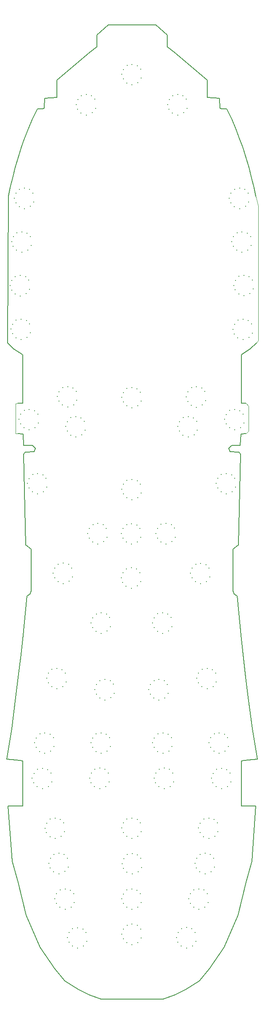
<source format=gbr>
%TF.GenerationSoftware,KiCad,Pcbnew,7.0.2*%
%TF.CreationDate,2024-05-06T14:06:19-04:00*%
%TF.ProjectId,800+,3830302b-2e6b-4696-9361-645f70636258,rev?*%
%TF.SameCoordinates,Original*%
%TF.FileFunction,Paste,Top*%
%TF.FilePolarity,Positive*%
%FSLAX46Y46*%
G04 Gerber Fmt 4.6, Leading zero omitted, Abs format (unit mm)*
G04 Created by KiCad (PCBNEW 7.0.2) date 2024-05-06 14:06:19*
%MOMM*%
%LPD*%
G01*
G04 APERTURE LIST*
%ADD10C,0.250000*%
%TA.AperFunction,Profile*%
%ADD11C,0.200000*%
%TD*%
%TA.AperFunction,Profile*%
%ADD12C,0.100000*%
%TD*%
G04 APERTURE END LIST*
D10*
%TO.C,SW29*%
X93390000Y-158000000D03*
X93706167Y-158918416D03*
X93733172Y-157000000D03*
X94390000Y-159700000D03*
X94440000Y-156200000D03*
X95440000Y-156000000D03*
X95440000Y-160099488D03*
X96490000Y-156250000D03*
X96625258Y-159650000D03*
X97140000Y-156950000D03*
X97290000Y-158750000D03*
%TD*%
%TO.C,SW1*%
X99575000Y-47900000D03*
X99891167Y-48818416D03*
X99918172Y-46900000D03*
X100575000Y-49600000D03*
X100625000Y-46100000D03*
X101625000Y-45900000D03*
X101625000Y-49999488D03*
X102675000Y-46150000D03*
X102810258Y-49550000D03*
X103325000Y-46850000D03*
X103475000Y-48650000D03*
%TD*%
%TO.C,SW7*%
X77280000Y-99040000D03*
X77596167Y-99958416D03*
X77623172Y-98040000D03*
X78280000Y-100740000D03*
X78330000Y-97240000D03*
X79330000Y-97040000D03*
X79330000Y-101139488D03*
X80380000Y-97290000D03*
X80515258Y-100690000D03*
X81030000Y-97990000D03*
X81180000Y-99790000D03*
%TD*%
%TO.C,SW26*%
X99440000Y-148950000D03*
X99756167Y-149868416D03*
X99783172Y-147950000D03*
X100440000Y-150650000D03*
X100490000Y-147150000D03*
X101490000Y-146950000D03*
X101490000Y-151049488D03*
X102540000Y-147200000D03*
X102675258Y-150600000D03*
X103190000Y-147900000D03*
X103340000Y-149700000D03*
%TD*%
%TO.C,SW17*%
X78920000Y-117140000D03*
X79236167Y-118058416D03*
X79263172Y-116140000D03*
X79920000Y-118840000D03*
X79970000Y-115340000D03*
X80970000Y-115140000D03*
X80970000Y-119239488D03*
X82020000Y-115390000D03*
X82155258Y-118790000D03*
X82670000Y-116090000D03*
X82820000Y-117890000D03*
%TD*%
%TO.C,SW14*%
X99540000Y-112750000D03*
X99856167Y-113668416D03*
X99883172Y-111750000D03*
X100540000Y-114450000D03*
X100590000Y-110950000D03*
X101590000Y-110750000D03*
X101590000Y-114849488D03*
X102640000Y-111000000D03*
X102775258Y-114400000D03*
X103290000Y-111700000D03*
X103440000Y-113500000D03*
%TD*%
%TO.C,SW50*%
X113000000Y-213400000D03*
X113316167Y-214318416D03*
X113343172Y-212400000D03*
X114000000Y-215100000D03*
X114050000Y-211600000D03*
X115050000Y-211400000D03*
X115050000Y-215499488D03*
X116100000Y-211650000D03*
X116235258Y-215050000D03*
X116750000Y-212350000D03*
X116900000Y-214150000D03*
%TD*%
%TO.C,SW52*%
X88625000Y-221190000D03*
X88941167Y-222108416D03*
X88968172Y-220190000D03*
X89625000Y-222890000D03*
X89675000Y-219390000D03*
X90675000Y-219190000D03*
X90675000Y-223289488D03*
X91725000Y-219440000D03*
X91860258Y-222840000D03*
X92375000Y-220140000D03*
X92525000Y-221940000D03*
%TD*%
%TO.C,SW6*%
X77120000Y-90270000D03*
X77436167Y-91188416D03*
X77463172Y-89270000D03*
X78120000Y-91970000D03*
X78170000Y-88470000D03*
X79170000Y-88270000D03*
X79170000Y-92369488D03*
X80220000Y-88520000D03*
X80355258Y-91920000D03*
X80870000Y-89220000D03*
X81020000Y-91020000D03*
%TD*%
%TO.C,SW34*%
X82050000Y-182100000D03*
X82366167Y-183018416D03*
X82393172Y-181100000D03*
X83050000Y-183800000D03*
X83100000Y-180300000D03*
X84100000Y-180100000D03*
X84100000Y-184199488D03*
X85150000Y-180350000D03*
X85285258Y-183750000D03*
X85800000Y-181050000D03*
X85950000Y-182850000D03*
%TD*%
%TO.C,SW27*%
X99480000Y-140090000D03*
X99796167Y-141008416D03*
X99823172Y-139090000D03*
X100480000Y-141790000D03*
X100530000Y-138290000D03*
X101530000Y-138090000D03*
X101530000Y-142189488D03*
X102580000Y-138340000D03*
X102715258Y-141740000D03*
X103230000Y-139040000D03*
X103380000Y-140840000D03*
%TD*%
%TO.C,SW30*%
X84470000Y-169120000D03*
X84786167Y-170038416D03*
X84813172Y-168120000D03*
X85470000Y-170820000D03*
X85520000Y-167320000D03*
X86520000Y-167120000D03*
X86520000Y-171219488D03*
X87570000Y-167370000D03*
X87705258Y-170770000D03*
X88220000Y-168070000D03*
X88370000Y-169870000D03*
%TD*%
%TO.C,SW13*%
X112520000Y-112610000D03*
X112836167Y-113528416D03*
X112863172Y-111610000D03*
X113520000Y-114310000D03*
X113570000Y-110810000D03*
X114570000Y-110610000D03*
X114570000Y-114709488D03*
X115620000Y-110860000D03*
X115755258Y-114260000D03*
X116270000Y-111560000D03*
X116420000Y-113360000D03*
%TD*%
%TO.C,SW46*%
X99610000Y-206330000D03*
X99926167Y-207248416D03*
X99953172Y-205330000D03*
X100610000Y-208030000D03*
X100660000Y-204530000D03*
X101660000Y-204330000D03*
X101660000Y-208429488D03*
X102710000Y-204580000D03*
X102845258Y-207980000D03*
X103360000Y-205280000D03*
X103510000Y-207080000D03*
%TD*%
%TO.C,SW15*%
X88280000Y-118600000D03*
X88596167Y-119518416D03*
X88623172Y-117600000D03*
X89280000Y-120300000D03*
X89330000Y-116800000D03*
X90330000Y-116600000D03*
X90330000Y-120699488D03*
X91380000Y-116850000D03*
X91515258Y-120250000D03*
X92030000Y-117550000D03*
X92180000Y-119350000D03*
%TD*%
%TO.C,SW44*%
X115000000Y-199200000D03*
X115316167Y-200118416D03*
X115343172Y-198200000D03*
X116000000Y-200900000D03*
X116050000Y-197400000D03*
X117050000Y-197200000D03*
X117050000Y-201299488D03*
X118100000Y-197450000D03*
X118235258Y-200850000D03*
X118750000Y-198150000D03*
X118900000Y-199950000D03*
%TD*%
%TO.C,SW24*%
X92710000Y-140060000D03*
X93026167Y-140978416D03*
X93053172Y-139060000D03*
X93710000Y-141760000D03*
X93760000Y-138260000D03*
X94760000Y-138060000D03*
X94760000Y-142159488D03*
X95810000Y-138310000D03*
X95945258Y-141710000D03*
X96460000Y-139010000D03*
X96610000Y-140810000D03*
%TD*%
%TO.C,SW35*%
X93360000Y-182100000D03*
X93676167Y-183018416D03*
X93703172Y-181100000D03*
X94360000Y-183800000D03*
X94410000Y-180300000D03*
X95410000Y-180100000D03*
X95410000Y-184199488D03*
X96460000Y-180350000D03*
X96595258Y-183750000D03*
X97110000Y-181050000D03*
X97260000Y-182850000D03*
%TD*%
%TO.C,SW33*%
X114655000Y-169130000D03*
X114971167Y-170048416D03*
X114998172Y-168130000D03*
X115655000Y-170830000D03*
X115705000Y-167330000D03*
X116705000Y-167130000D03*
X116705000Y-171229488D03*
X117755000Y-167380000D03*
X117890258Y-170780000D03*
X118405000Y-168080000D03*
X118555000Y-169880000D03*
%TD*%
%TO.C,SW21*%
X118515000Y-130010000D03*
X118831167Y-130928416D03*
X118858172Y-129010000D03*
X119515000Y-131710000D03*
X119565000Y-128210000D03*
X120565000Y-128010000D03*
X120565000Y-132109488D03*
X121615000Y-128260000D03*
X121750258Y-131660000D03*
X122265000Y-128960000D03*
X122415000Y-130760000D03*
%TD*%
%TO.C,SW38*%
X81560000Y-189200000D03*
X81876167Y-190118416D03*
X81903172Y-188200000D03*
X82560000Y-190900000D03*
X82610000Y-187400000D03*
X83610000Y-187200000D03*
X83610000Y-191299488D03*
X84660000Y-187450000D03*
X84795258Y-190850000D03*
X85310000Y-188150000D03*
X85460000Y-189950000D03*
%TD*%
%TO.C,SW2*%
X90375000Y-53950000D03*
X90691167Y-54868416D03*
X90718172Y-52950000D03*
X91375000Y-55650000D03*
X91425000Y-52150000D03*
X92425000Y-51950000D03*
X92425000Y-56049488D03*
X93475000Y-52200000D03*
X93610258Y-55600000D03*
X94125000Y-52900000D03*
X94275000Y-54700000D03*
%TD*%
%TO.C,SW45*%
X84870000Y-206270000D03*
X85186167Y-207188416D03*
X85213172Y-205270000D03*
X85870000Y-207970000D03*
X85920000Y-204470000D03*
X86920000Y-204270000D03*
X86920000Y-208369488D03*
X87970000Y-204520000D03*
X88105258Y-207920000D03*
X88620000Y-205220000D03*
X88770000Y-207020000D03*
%TD*%
%TO.C,SW48*%
X86120000Y-213410000D03*
X86436167Y-214328416D03*
X86463172Y-212410000D03*
X87120000Y-215110000D03*
X87170000Y-211610000D03*
X88170000Y-211410000D03*
X88170000Y-215509488D03*
X89220000Y-211660000D03*
X89355258Y-215060000D03*
X89870000Y-212360000D03*
X90020000Y-214160000D03*
%TD*%
%TO.C,SW19*%
X80600000Y-130020000D03*
X80916167Y-130938416D03*
X80943172Y-129020000D03*
X81600000Y-131720000D03*
X81650000Y-128220000D03*
X82650000Y-128020000D03*
X82650000Y-132119488D03*
X83700000Y-128270000D03*
X83835258Y-131670000D03*
X84350000Y-128970000D03*
X84500000Y-130770000D03*
%TD*%
%TO.C,SW5*%
X77425000Y-81500000D03*
X77741167Y-82418416D03*
X77768172Y-80500000D03*
X78425000Y-83200000D03*
X78475000Y-79700000D03*
X79475000Y-79500000D03*
X79475000Y-83599488D03*
X80525000Y-79750000D03*
X80660258Y-83150000D03*
X81175000Y-80450000D03*
X81325000Y-82250000D03*
%TD*%
%TO.C,SW12*%
X86630000Y-112580000D03*
X86946167Y-113498416D03*
X86973172Y-111580000D03*
X87630000Y-114280000D03*
X87680000Y-110780000D03*
X88680000Y-110580000D03*
X88680000Y-114679488D03*
X89730000Y-110830000D03*
X89865258Y-114230000D03*
X90380000Y-111530000D03*
X90530000Y-113330000D03*
%TD*%
%TO.C,SW4*%
X77950000Y-72750000D03*
X78266167Y-73668416D03*
X78293172Y-71750000D03*
X78950000Y-74450000D03*
X79000000Y-70950000D03*
X80000000Y-70750000D03*
X80000000Y-74849488D03*
X81050000Y-71000000D03*
X81185258Y-74400000D03*
X81700000Y-71700000D03*
X81850000Y-73500000D03*
%TD*%
%TO.C,SW31*%
X94130000Y-171380000D03*
X94446167Y-172298416D03*
X94473172Y-170380000D03*
X95130000Y-173080000D03*
X95180000Y-169580000D03*
X96180000Y-169380000D03*
X96180000Y-173479488D03*
X97230000Y-169630000D03*
X97365258Y-173030000D03*
X97880000Y-170330000D03*
X98030000Y-172130000D03*
%TD*%
%TO.C,SW41*%
X117555000Y-189200000D03*
X117871167Y-190118416D03*
X117898172Y-188200000D03*
X118555000Y-190900000D03*
X118605000Y-187400000D03*
X119605000Y-187200000D03*
X119605000Y-191299488D03*
X120655000Y-187450000D03*
X120790258Y-190850000D03*
X121305000Y-188150000D03*
X121455000Y-189950000D03*
%TD*%
%TO.C,SW23*%
X99560000Y-131200000D03*
X99876167Y-132118416D03*
X99903172Y-130200000D03*
X100560000Y-132900000D03*
X100610000Y-129400000D03*
X101610000Y-129200000D03*
X101610000Y-133299488D03*
X102660000Y-129450000D03*
X102795258Y-132850000D03*
X103310000Y-130150000D03*
X103460000Y-131950000D03*
%TD*%
%TO.C,SW16*%
X110850000Y-118600000D03*
X111166167Y-119518416D03*
X111193172Y-117600000D03*
X111850000Y-120300000D03*
X111900000Y-116800000D03*
X112900000Y-116600000D03*
X112900000Y-120699488D03*
X113950000Y-116850000D03*
X114085258Y-120250000D03*
X114600000Y-117550000D03*
X114750000Y-119350000D03*
%TD*%
%TO.C,SW51*%
X99575000Y-220500000D03*
X99891167Y-221418416D03*
X99918172Y-219500000D03*
X100575000Y-222200000D03*
X100625000Y-218700000D03*
X101625000Y-218500000D03*
X101625000Y-222599488D03*
X102675000Y-218750000D03*
X102810258Y-222150000D03*
X103325000Y-219450000D03*
X103475000Y-221250000D03*
%TD*%
%TO.C,SW49*%
X99540000Y-213420000D03*
X99856167Y-214338416D03*
X99883172Y-212420000D03*
X100540000Y-215120000D03*
X100590000Y-211620000D03*
X101590000Y-211420000D03*
X101590000Y-215519488D03*
X102640000Y-211670000D03*
X102775258Y-215070000D03*
X103290000Y-212370000D03*
X103440000Y-214170000D03*
%TD*%
%TO.C,SW28*%
X105720000Y-157990000D03*
X106036167Y-158908416D03*
X106063172Y-156990000D03*
X106720000Y-159690000D03*
X106770000Y-156190000D03*
X107770000Y-155990000D03*
X107770000Y-160089488D03*
X108820000Y-156240000D03*
X108955258Y-159640000D03*
X109470000Y-156940000D03*
X109620000Y-158740000D03*
%TD*%
%TO.C,SW25*%
X106410000Y-140040000D03*
X106726167Y-140958416D03*
X106753172Y-139040000D03*
X107410000Y-141740000D03*
X107460000Y-138240000D03*
X108460000Y-138040000D03*
X108460000Y-142139488D03*
X109510000Y-138290000D03*
X109645258Y-141690000D03*
X110160000Y-138990000D03*
X110310000Y-140790000D03*
%TD*%
%TO.C,SW40*%
X106040000Y-189180000D03*
X106356167Y-190098416D03*
X106383172Y-188180000D03*
X107040000Y-190880000D03*
X107090000Y-187380000D03*
X108090000Y-187180000D03*
X108090000Y-191279488D03*
X109140000Y-187430000D03*
X109275258Y-190830000D03*
X109790000Y-188130000D03*
X109940000Y-189930000D03*
%TD*%
%TO.C,SW10*%
X122055000Y-90250000D03*
X122371167Y-91168416D03*
X122398172Y-89250000D03*
X123055000Y-91950000D03*
X123105000Y-88450000D03*
X124105000Y-88250000D03*
X124105000Y-92349488D03*
X125155000Y-88500000D03*
X125290258Y-91900000D03*
X125805000Y-89200000D03*
X125955000Y-91000000D03*
%TD*%
%TO.C,SW22*%
X113370000Y-148040000D03*
X113686167Y-148958416D03*
X113713172Y-147040000D03*
X114370000Y-149740000D03*
X114420000Y-146240000D03*
X115420000Y-146040000D03*
X115420000Y-150139488D03*
X116470000Y-146290000D03*
X116605258Y-149690000D03*
X117120000Y-146990000D03*
X117270000Y-148790000D03*
%TD*%
%TO.C,SW18*%
X120200000Y-117150000D03*
X120516167Y-118068416D03*
X120543172Y-116150000D03*
X121200000Y-118850000D03*
X121250000Y-115350000D03*
X122250000Y-115150000D03*
X122250000Y-119249488D03*
X123300000Y-115400000D03*
X123435258Y-118800000D03*
X123950000Y-116100000D03*
X124100000Y-117900000D03*
%TD*%
%TO.C,SW37*%
X117090000Y-182080000D03*
X117406167Y-182998416D03*
X117433172Y-181080000D03*
X118090000Y-183780000D03*
X118140000Y-180280000D03*
X119140000Y-180080000D03*
X119140000Y-184179488D03*
X120190000Y-180330000D03*
X120325258Y-183730000D03*
X120840000Y-181030000D03*
X120990000Y-182830000D03*
%TD*%
%TO.C,SW43*%
X99560000Y-199180000D03*
X99876167Y-200098416D03*
X99903172Y-198180000D03*
X100560000Y-200880000D03*
X100610000Y-197380000D03*
X101610000Y-197180000D03*
X101610000Y-201279488D03*
X102660000Y-197430000D03*
X102795258Y-200830000D03*
X103310000Y-198130000D03*
X103460000Y-199930000D03*
%TD*%
%TO.C,SW36*%
X105770000Y-182100000D03*
X106086167Y-183018416D03*
X106113172Y-181100000D03*
X106770000Y-183800000D03*
X106820000Y-180300000D03*
X107820000Y-180100000D03*
X107820000Y-184199488D03*
X108870000Y-180350000D03*
X109005258Y-183750000D03*
X109520000Y-181050000D03*
X109670000Y-182850000D03*
%TD*%
%TO.C,SW42*%
X84125000Y-199210000D03*
X84441167Y-200128416D03*
X84468172Y-198210000D03*
X85125000Y-200910000D03*
X85175000Y-197410000D03*
X86175000Y-197210000D03*
X86175000Y-201309488D03*
X87225000Y-197460000D03*
X87360258Y-200860000D03*
X87875000Y-198160000D03*
X88025000Y-199960000D03*
%TD*%
%TO.C,SW20*%
X85760000Y-148020000D03*
X86076167Y-148938416D03*
X86103172Y-147020000D03*
X86760000Y-149720000D03*
X86810000Y-146220000D03*
X87810000Y-146020000D03*
X87810000Y-150119488D03*
X88860000Y-146270000D03*
X88995258Y-149670000D03*
X89510000Y-146970000D03*
X89660000Y-148770000D03*
%TD*%
%TO.C,SW39*%
X93090000Y-189180000D03*
X93406167Y-190098416D03*
X93433172Y-188180000D03*
X94090000Y-190880000D03*
X94140000Y-187380000D03*
X95140000Y-187180000D03*
X95140000Y-191279488D03*
X96190000Y-187430000D03*
X96325258Y-190830000D03*
X96840000Y-188130000D03*
X96990000Y-189930000D03*
%TD*%
%TO.C,SW47*%
X114260000Y-206280000D03*
X114576167Y-207198416D03*
X114603172Y-205280000D03*
X115260000Y-207980000D03*
X115310000Y-204480000D03*
X116310000Y-204280000D03*
X116310000Y-208379488D03*
X117360000Y-204530000D03*
X117495258Y-207930000D03*
X118010000Y-205230000D03*
X118160000Y-207030000D03*
%TD*%
%TO.C,SW8*%
X121180000Y-72750000D03*
X121496167Y-73668416D03*
X121523172Y-71750000D03*
X122180000Y-74450000D03*
X122230000Y-70950000D03*
X123230000Y-70750000D03*
X123230000Y-74849488D03*
X124280000Y-71000000D03*
X124415258Y-74400000D03*
X124930000Y-71700000D03*
X125080000Y-73500000D03*
%TD*%
%TO.C,SW53*%
X110520000Y-221180000D03*
X110836167Y-222098416D03*
X110863172Y-220180000D03*
X111520000Y-222880000D03*
X111570000Y-219380000D03*
X112570000Y-219180000D03*
X112570000Y-223279488D03*
X113620000Y-219430000D03*
X113755258Y-222830000D03*
X114270000Y-220130000D03*
X114420000Y-221930000D03*
%TD*%
%TO.C,SW3*%
X108750000Y-53950000D03*
X109066167Y-54868416D03*
X109093172Y-52950000D03*
X109750000Y-55650000D03*
X109800000Y-52150000D03*
X110800000Y-51950000D03*
X110800000Y-56049488D03*
X111850000Y-52200000D03*
X111985258Y-55600000D03*
X112500000Y-52900000D03*
X112650000Y-54700000D03*
%TD*%
%TO.C,SW11*%
X121870000Y-99060000D03*
X122186167Y-99978416D03*
X122213172Y-98060000D03*
X122870000Y-100760000D03*
X122920000Y-97260000D03*
X123920000Y-97060000D03*
X123920000Y-101159488D03*
X124970000Y-97310000D03*
X125105258Y-100710000D03*
X125620000Y-98010000D03*
X125770000Y-99810000D03*
%TD*%
%TO.C,SW32*%
X104990000Y-171400000D03*
X105306167Y-172318416D03*
X105333172Y-170400000D03*
X105990000Y-173100000D03*
X106040000Y-169600000D03*
X107040000Y-169400000D03*
X107040000Y-173499488D03*
X108090000Y-169650000D03*
X108225258Y-173050000D03*
X108740000Y-170350000D03*
X108890000Y-172150000D03*
%TD*%
%TO.C,SW9*%
X121675000Y-81500000D03*
X121991167Y-82418416D03*
X122018172Y-80500000D03*
X122675000Y-83200000D03*
X122725000Y-79700000D03*
X123725000Y-79500000D03*
X123725000Y-83599488D03*
X124775000Y-79750000D03*
X124910258Y-83150000D03*
X125425000Y-80450000D03*
X125575000Y-82250000D03*
%TD*%
D11*
X124957787Y-185550035D02*
X123587431Y-185661847D01*
X88100000Y-229900000D02*
X90846015Y-231585032D01*
X126614331Y-101764031D02*
X125394275Y-102951174D01*
X122982904Y-142392064D02*
X121880997Y-143156584D01*
X90846015Y-231585032D02*
X93049943Y-232732052D01*
X79790067Y-124119007D02*
X80249492Y-142392086D01*
X81610490Y-122376435D02*
X82195356Y-122930672D01*
X78682146Y-119979309D02*
X79732178Y-120083292D01*
X80181413Y-123706012D02*
X79790067Y-124119007D01*
X116755233Y-52527641D02*
X119191583Y-52658007D01*
X77125916Y-70630799D02*
X76778999Y-72341714D01*
X79645011Y-188761946D02*
X79645014Y-194797097D01*
X126106406Y-70630774D02*
X126453324Y-72341688D01*
X110182546Y-232732043D02*
X107835432Y-233537464D01*
X82195356Y-122930672D02*
X81930711Y-123611619D01*
X79645010Y-185661869D02*
X79645011Y-188761946D01*
X80752433Y-58893891D02*
X79929816Y-61009855D01*
X121621885Y-122376414D02*
X121037020Y-122930652D01*
X126504120Y-194797073D02*
X125714891Y-205892113D01*
X122150389Y-152254660D02*
X122765104Y-152609991D01*
X123442310Y-124118985D02*
X122982904Y-142392064D01*
X122765104Y-152609991D02*
X123053233Y-156057012D01*
X117161677Y-227399643D02*
X115132486Y-229899986D01*
D12*
X127000000Y-74250000D02*
X126453324Y-72341688D01*
D11*
X119286066Y-54613064D02*
X119524628Y-54812781D01*
X81351404Y-151607846D02*
X81082017Y-152254681D01*
X123500195Y-120083270D02*
X123376465Y-122376413D01*
X84040720Y-52658025D02*
X83946239Y-54613082D01*
X125792277Y-179223518D02*
X126777893Y-185401526D01*
X80467302Y-152610013D02*
X80179177Y-156057034D01*
X108677965Y-42361801D02*
X110141254Y-43476010D01*
X123897293Y-164328740D02*
X124480692Y-168914319D01*
X79335126Y-164328763D02*
X78751731Y-168914342D01*
D12*
X78250000Y-120000000D02*
X78682146Y-119979309D01*
D11*
X78751731Y-168914342D02*
X78235340Y-172973265D01*
X93049943Y-232732052D02*
X95397058Y-233537471D01*
X108677963Y-40020535D02*
X108677965Y-42361801D01*
X125394275Y-102951174D02*
X123572997Y-104183283D01*
X107835432Y-233537464D02*
X101616245Y-233537467D01*
X78235340Y-172973265D02*
X77440157Y-179223543D01*
X81082017Y-152254681D02*
X80467302Y-152610013D01*
X124550227Y-119979285D02*
X123500195Y-120083270D01*
X123587431Y-185661847D02*
X123587432Y-188761924D01*
X121037020Y-122930652D02*
X121301666Y-123611599D01*
X77517571Y-205892138D02*
X78693579Y-210081346D01*
X124538887Y-210081323D02*
X122912565Y-216716267D01*
X83106505Y-223161241D02*
X86070807Y-227399659D01*
X123302495Y-61009832D02*
X123867456Y-62463038D01*
X86477070Y-52527656D02*
X84040720Y-52658025D01*
X79645014Y-194797097D02*
X76728330Y-194797099D01*
X79732339Y-160436057D02*
X79335126Y-164328763D01*
X121880997Y-143156584D02*
X121881002Y-151607825D01*
X78103818Y-66581731D02*
X77677520Y-68346849D01*
X106378765Y-37975933D02*
X101616144Y-37975936D01*
X96853523Y-37975938D02*
X94554327Y-40020543D01*
X79855910Y-122376436D02*
X81610490Y-122376435D01*
X80319908Y-216716289D02*
X83106505Y-223161241D01*
X79732178Y-120083292D02*
X79855910Y-122376436D01*
X82595561Y-54816856D02*
X81566130Y-56800873D01*
X79929816Y-61009855D02*
X79364858Y-62463061D01*
X79659359Y-104183305D02*
X79659364Y-113904283D01*
X78821700Y-64357063D02*
X78103818Y-66581731D01*
X83946239Y-54613082D02*
X83707678Y-54812800D01*
X94554328Y-42361808D02*
X93091039Y-43476018D01*
X76454547Y-185401552D02*
X78274654Y-185550059D01*
X94554327Y-40020543D02*
X94554328Y-42361808D01*
D12*
X127000000Y-101250000D02*
X127000000Y-74250000D01*
X78250000Y-114000000D02*
X78250000Y-120000000D01*
D11*
X81930711Y-123611619D02*
X80181413Y-123706012D01*
X125714891Y-205892113D02*
X124538887Y-210081323D01*
X96853523Y-37975938D02*
X101616144Y-37975936D01*
X126777893Y-185401526D02*
X124957787Y-185550035D01*
D12*
X124550224Y-113904260D02*
X125000000Y-114500000D01*
D11*
X76728330Y-194797099D02*
X77517571Y-205892138D01*
X115132486Y-229899986D02*
X112386473Y-231585020D01*
X123867456Y-62463038D02*
X124410615Y-64357040D01*
D12*
X78682143Y-113904284D02*
X78250000Y-114000000D01*
D11*
X119191583Y-52658007D02*
X119286066Y-54613064D01*
X76778999Y-72341714D02*
X76618023Y-101764057D01*
X81566130Y-56800873D02*
X80752433Y-58893891D01*
X86477068Y-49013081D02*
X86477070Y-52527656D01*
X80179177Y-156057034D02*
X79732339Y-160436057D01*
X79659364Y-113904283D02*
X78682143Y-113904284D01*
X120636745Y-54816837D02*
X121666177Y-56800853D01*
X124997087Y-172973241D02*
X125792277Y-179223518D01*
D12*
X125000000Y-119500000D02*
X124550227Y-119979285D01*
D11*
X125128499Y-66581706D02*
X125554800Y-68346824D01*
X123587436Y-194797074D02*
X126504120Y-194797073D01*
X78693579Y-210081346D02*
X80319908Y-216716289D01*
X80249492Y-142392086D02*
X81351399Y-143156605D01*
X123050963Y-123705990D02*
X123442310Y-124118985D01*
X121881002Y-151607825D02*
X122150389Y-152254660D01*
X77838080Y-102951198D02*
X79659359Y-104183305D01*
X123376465Y-122376413D02*
X121621885Y-122376414D01*
X123572997Y-104183283D02*
X123573002Y-113904260D01*
X116755231Y-49013065D02*
X116755233Y-52527641D01*
X119524628Y-54812781D02*
X120636745Y-54816837D01*
X125554800Y-68346824D02*
X126106406Y-70630774D01*
X86070807Y-227399659D02*
X88100000Y-229900000D01*
X121666177Y-56800853D02*
X122479876Y-58893870D01*
D12*
X125000000Y-114500000D02*
X125000000Y-119500000D01*
D11*
X93091039Y-43476018D02*
X86477068Y-49013081D01*
X112386473Y-231585020D02*
X110182546Y-232732043D01*
X120125975Y-223161222D02*
X117161677Y-227399643D01*
X106378765Y-37975933D02*
X108677963Y-40020535D01*
X123573002Y-113904260D02*
X124550224Y-113904260D01*
X121301666Y-123611599D02*
X123050963Y-123705990D01*
X79364858Y-62463061D02*
X78821700Y-64357063D01*
X78274654Y-185550059D02*
X79645010Y-185661869D01*
X83707678Y-54812800D02*
X82595561Y-54816856D01*
X77677520Y-68346849D02*
X77125916Y-70630799D01*
X124410615Y-64357040D02*
X125128499Y-66581706D01*
X123053233Y-156057012D02*
X123500075Y-160436035D01*
X124480692Y-168914319D02*
X124997087Y-172973241D01*
X122479876Y-58893870D02*
X123302495Y-61009832D01*
X110141254Y-43476010D02*
X116755231Y-49013065D01*
D12*
X126614331Y-101764031D02*
X127000000Y-101250000D01*
D11*
X76618023Y-101764057D02*
X77838080Y-102951198D01*
X81351399Y-143156605D02*
X81351404Y-151607846D01*
X95397058Y-233537471D02*
X101616245Y-233537467D01*
X123587432Y-188761924D02*
X123587436Y-194797074D01*
X123500075Y-160436035D02*
X123897293Y-164328740D01*
X77440157Y-179223543D02*
X76454547Y-185401552D01*
X122912565Y-216716267D02*
X120125975Y-223161222D01*
M02*

</source>
